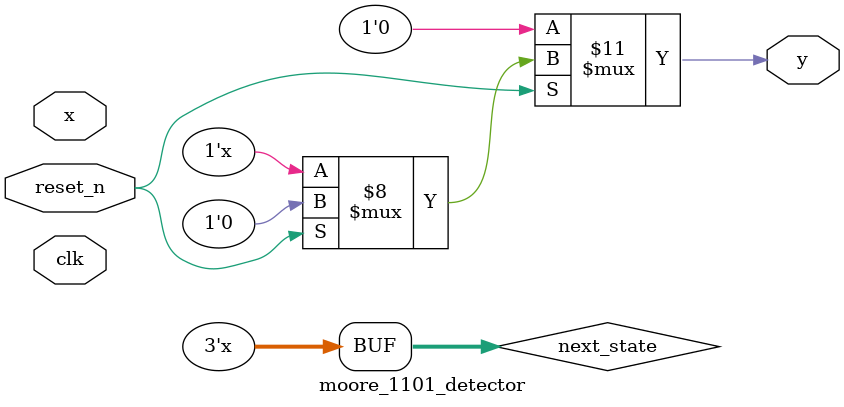
<source format=v>
`timescale 1ns / 1ps


module moore_1101_detector(
    input clk,
    input reset_n,
    input x, 
    output reg y
    );
    
    reg [2:0] present_state, next_state;
    
    parameter [2:0] s0 = 3'b000;
    parameter [2:0] s1 = 3'b001;
    parameter [2:0] s2 = 3'b010;
    parameter [2:0] s3 = 3'b011;
    parameter [2:0] s4 = 3'b100;
    
    //State register
    always@(posedge clk, negedge reset_n)
      begin
        if(!reset_n)
            present_state <= s0;
        else  present_state <= next_state;
      end
    
    //Next state and output logic
    always@(*)
      begin
      if(!reset_n) begin
         present_state = s0;
         y=0;
         end
      else begin   
        case(present_state)
            s0: begin
                y=0;
                $display(present_state);
                if(x)
                  next_state = s1;
                else next_state = s0;                    
                end
            
            s1: begin
                y=0;
                $display(present_state);
                if(x)
                  next_state = s2;
                else next_state = s0;    
                end
            
            s2: begin
                y=0;
                $display(present_state);
                if(x)
                  next_state = s2;
                else next_state = s3;            
                end
            
            s3: begin
                y=0;
                $display(present_state);
                if(x)
                  begin
                  next_state = s4;
                  end
                else next_state = s0;            
                end
            
            s4: begin
                y=1;
                $display(present_state);
                if(x)
                begin
                    next_state = s1;
                end
                else next_state = s0;            
                end
                
            default: begin 
                     y=0;
                     $display(present_state);
                     next_state = present_state;
                     
                     end                  
          
        endcase
        end
      end
endmodule
</source>
